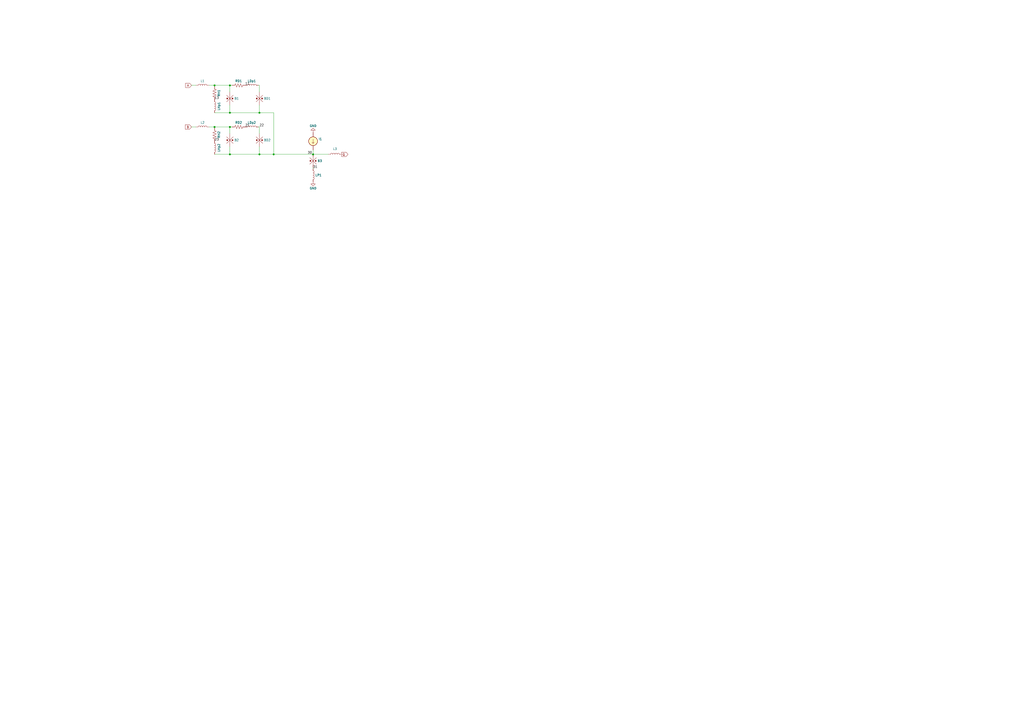
<source format=kicad_sch>
(kicad_sch (version 20211123) (generator eeschema)
  (paper "A2")
  (lib_symbols
    (symbol "Superconductors:Current_Source" (pin_numbers hide) (pin_names (offset 0.0254))
      (property "Reference" "I" (at 3.175 1.27 0))
      (symbol "Current_Source_0_1"
        (polyline (pts (xy 0 -1.27) (xy 0 1.27)))
        (polyline (pts (xy -0.635 -0.635) (xy 0 -1.27) (xy 0.635 -0.635)))
        (circle (center 0 0) (radius 2.54) (stroke (width 0.254)) (fill (type background)))
      )
      (symbol "Current_Source_1_1"
        (pin passive line (at 0 5.08 270) (length 2.54) (name "~") (number "1"))
        (pin passive line (at 0 -5.08 90) (length 2.54) (name "~") (number "2"))
      )
    )
    (symbol "Superconductors:Inductor" (pin_numbers hide) (pin_names (offset 1.016) hide)
      (property "Reference" "L" (at 0 2.032 0))
      (symbol "Inductor_0_1"
        (arc (start -1.27 0) (mid -1.905 0.635) (end -2.54 0))
        (arc (start 0 0) (mid -0.635 0.635) (end -1.27 0))
        (arc (start 1.27 0) (mid 0.635 0.635) (end 0 0))
        (arc (start 2.54 0) (mid 1.905 0.635) (end 1.27 0))
      )
      (symbol "Inductor_1_1"
        (pin passive line (at -3.81 0 0) (length 1.27) (name "1") (number "1"))
        (pin passive line (at 3.81 0 180) (length 1.27) (name "2") (number "2"))
      )
    )
    (symbol "Superconductors:Resistor" (pin_numbers hide) (pin_names (offset 0))
      (property "Reference" "R" (at 2.54 0 90))
      (symbol "Resistor_0_1"
        (polyline (pts (xy 0 -2.286) (xy 0 -2.54)))
        (polyline (pts (xy 0 2.286) (xy 0 2.54)))
        (polyline (pts (xy 0 -0.762) (xy 1.016 -1.143) (xy 0 -1.524) (xy -1.016 -1.905) (xy 0 -2.286)))
        (polyline (pts (xy 0 0.762) (xy 1.016 0.381) (xy 0 0) (xy -1.016 -0.381) (xy 0 -0.762)))
        (polyline (pts (xy 0 2.286) (xy 1.016 1.905) (xy 0 1.524) (xy -1.016 1.143) (xy 0 0.762)))
      )
      (symbol "Resistor_1_1"
        (pin passive line (at 0 3.81 270) (length 1.27) (name "~") (number "1"))
        (pin passive line (at 0 -3.81 90) (length 1.27) (name "~") (number "2"))
      )
    )
    (symbol "Superconductors:jjmit" (pin_numbers hide) (pin_names (offset 0))
      (property "Reference" "B" (at 3.175 0 90))
      (symbol "jjmit_0_1"
        (circle (center -1.524 0) (radius 0.3592) (fill (type outline)))
        (polyline (pts (xy -1.905 -1.905) (xy 1.905 1.905)))
        (polyline (pts (xy -1.905 1.905) (xy 1.905 -1.905)))
        (polyline (pts (xy 0 -2.54) (xy 0 2.54)))
        (circle (center 1.524 0) (radius 0.3592) (fill (type outline)))
      )
      (symbol "jjmit_1_1"
        (pin passive line (at 0 3.81 270) (length 1.27) (name "~") (number "1"))
        (pin passive line (at 0 -3.81 90) (length 1.27) (name "~") (number "2"))
      )
    )
    (symbol "jjmit_1" (pin_numbers hide) (pin_names (offset 0))
      (property "Reference" "B" (at 3.175 0 90))
      (symbol "jjmit_1_0_1"
        (circle (center -1.524 0) (radius 0.3592) (fill (type outline)))
        (polyline (pts (xy -1.905 -1.905) (xy 1.905 1.905)))
        (polyline (pts (xy -1.905 1.905) (xy 1.905 -1.905)))
        (polyline (pts (xy 0 -2.54) (xy 0 2.54)))
        (circle (center 1.524 0) (radius 0.3592) (fill (type outline)))
      )
      (symbol "jjmit_1_1_1"
        (pin passive line (at 0 3.81 270) (length 1.27) (name "~") (number "1"))
        (pin passive line (at 0 -3.81 90) (length 1.27) (name "~") (number "2"))
      )
    )
    (symbol "power:GND" (power) (pin_names (offset 0))
      (property "Value" "GND" (at 0 -3.81 0))
      (symbol "GND_0_1"
        (polyline (pts (xy 0 0) (xy 0 -1.27) (xy 1.27 -1.27) (xy 0 -2.54) (xy -1.27 -1.27) (xy 0 -1.27)))
      )
      (symbol "GND_1_1"
        (pin power_in line (at 0 0 270) (length 0) hide (name "GND") (number "1"))
      )
    )
  )
  (junction (at 133.35 49.53))
  (junction (at 133.35 65.405))
  (junction (at 181.61 89.535))
  (junction (at 133.35 89.535))
  (junction (at 150.495 65.405))
  (junction (at 150.495 89.535))
  (junction (at 124.46 49.53))
  (junction (at 124.46 73.66))
  (junction (at 158.75 89.535))
  (junction (at 133.35 73.66))
  (wire (pts (xy 133.35 89.535) (xy 150.495 89.535)))
  (wire (pts (xy 150.495 85.09) (xy 150.495 89.535)))
  (wire (pts (xy 134.62 73.66) (xy 133.35 73.66)))
  (wire (pts (xy 181.61 89.535) (xy 190.5 89.535)))
  (wire (pts (xy 149.86 73.66) (xy 150.495 73.66)))
  (wire (pts (xy 121.285 49.53) (xy 124.46 49.53)))
  (wire (pts (xy 124.46 50.165) (xy 124.46 49.53)))
  (wire (pts (xy 111.125 73.66) (xy 113.665 73.66)))
  (wire (pts (xy 150.495 73.66) (xy 150.495 77.47)))
  (wire (pts (xy 111.125 49.53) (xy 113.665 49.53)))
  (wire (pts (xy 150.495 60.96) (xy 150.495 65.405)))
  (wire (pts (xy 150.495 89.535) (xy 158.75 89.535)))
  (wire (pts (xy 124.46 49.53) (xy 133.35 49.53)))
  (wire (pts (xy 124.46 74.295) (xy 124.46 73.66)))
  (wire (pts (xy 134.62 49.53) (xy 133.35 49.53)))
  (wire (pts (xy 150.495 65.405) (xy 158.75 65.405)))
  (wire (pts (xy 133.35 73.66) (xy 133.35 77.47)))
  (wire (pts (xy 133.35 49.53) (xy 133.35 53.34)))
  (wire (pts (xy 133.35 60.96) (xy 133.35 65.405)))
  (wire (pts (xy 124.46 89.535) (xy 133.35 89.535)))
  (wire (pts (xy 124.46 65.405) (xy 133.35 65.405)))
  (wire (pts (xy 150.495 49.53) (xy 150.495 53.34)))
  (wire (pts (xy 181.61 97.79) (xy 181.61 97.155)))
  (wire (pts (xy 158.75 65.405) (xy 158.75 89.535)))
  (wire (pts (xy 133.35 85.09) (xy 133.35 89.535)))
  (wire (pts (xy 121.285 73.66) (xy 124.46 73.66)))
  (wire (pts (xy 124.46 73.66) (xy 133.35 73.66)))
  (wire (pts (xy 133.35 65.405) (xy 150.495 65.405)))
  (wire (pts (xy 158.75 89.535) (xy 181.61 89.535)))
  (wire (pts (xy 181.61 89.535) (xy 181.61 86.995)))
  (wire (pts (xy 149.86 49.53) (xy 150.495 49.53)))
  (label "13" (at 124.46 57.785 0))
  (label "23" (at 124.46 81.915 0))
  (label "22" (at 150.495 73.66 0))
  (label "21" (at 142.24 73.66 0))
  (label "30" (at 178.435 89.535 0))
  (label "31" (at 181.61 97.79 0))
  (label "11" (at 142.24 49.53 0))
  (global_label "B" (shape input) (at 111.125 73.66 180) (property "Intersheet References" "${INTERSHEET_REFS}" (effects hide)))
  (global_label "A" (shape input) (at 111.125 49.53 180) (property "Intersheet References" "${INTERSHEET_REFS}" (effects hide)))
  (global_label "Q" (shape output) (at 198.12 89.535 0) (property "Intersheet References" "${INTERSHEET_REFS}" (effects hide)))
  (symbol (lib_id "power:GND") (at 181.61 76.835 180) (unit 1)
    (property "Reference" "#PWR01" (effects hide))
    (property "Value" "GND" (at 181.61 73.025 0))
  )
  (symbol (lib_id "power:GND") (at 181.61 105.41 0) (unit 1)
    (property "Reference" "#PWR02" (effects hide))
    (property "Value" "GND" (at 181.61 109.22 0))
  )
  (symbol (lib_id "Superconductors:Inductor") (at 124.46 61.595 270) (unit 1)
    (property "Reference" "LHp1" (at 127 61.595 0))
    (property "Value" "Inductor" (effects hide))
  )
  (symbol (lib_id "Superconductors:jjmit") (at 150.495 57.15 180) (unit 1)
    (property "Reference" "BD1" (at 153.035 57.1499 0) (effects (justify right)))
    (property "Value" "jjmit" (effects hide))
  )
  (symbol (lib_id "Superconductors:Resistor") (at 138.43 49.53 270) (unit 1)
    (property "Reference" "RD1" (at 138.43 46.99 90))
    (property "Value" "Resistor" (effects hide))
  )
  (symbol (lib_id "Superconductors:Inductor") (at 146.05 49.53 0) (unit 1)
    (property "Reference" "LDp1" (at 146.05 46.99 0))
    (property "Value" "Inductor" (effects hide))
  )
  (symbol (lib_id "Superconductors:Inductor") (at 146.05 73.66 0) (unit 1)
    (property "Reference" "LDp2" (at 146.05 71.12 0))
    (property "Value" "Inductor" (effects hide))
  )
  (symbol (lib_id "Superconductors:jjmit") (at 150.495 81.28 180) (unit 1)
    (property "Reference" "BD2" (at 153.035 81.2799 0) (effects (justify right)))
    (property "Value" "jjmit" (effects hide))
  )
  (symbol (lib_id "Superconductors:Resistor") (at 124.46 78.105 180) (unit 1)
    (property "Reference" "RH2" (at 127 78.105 90))
    (property "Value" "Resistor" (effects hide))
  )
  (symbol (lib_id "Superconductors:Inductor") (at 194.31 89.535 0) (unit 1)
    (property "Reference" "L3" (at 194.31 86.36 0))
    (property "Value" "Inductor" (effects hide))
  )
  (symbol (lib_name "jjmit_1") (lib_id "Superconductors:jjmit") (at 133.35 57.15 180) (unit 1)
    (property "Reference" "B1" (at 135.89 57.15 0) (effects (justify right)))
    (property "Value" "jjmit" (effects hide))
  )
  (symbol (lib_id "Superconductors:Inductor") (at 117.475 49.53 0) (unit 1)
    (property "Reference" "L1" (at 117.475 46.99 0))
    (property "Value" "Inductor" (effects hide))
  )
  (symbol (lib_id "Superconductors:Current_Source") (at 181.61 81.915 0) (unit 1)
    (property "Reference" "I1" (at 184.785 80.645 0) (effects (justify left)))
    (property "Value" "Current_Source" (effects hide))
    (property "Spice_Netlist_Enabled" "Y" (effects hide))
    (property "Spice_Primitive" "I" (effects hide))
    (property "Spice_Model" "pwl(0 0 5p REF)" (effects hide))
  )
  (symbol (lib_id "Superconductors:Inductor") (at 124.46 85.725 270) (unit 1)
    (property "Reference" "LHp2" (at 127 85.725 0))
    (property "Value" "Inductor" (effects hide))
  )
  (symbol (lib_id "Superconductors:Inductor") (at 181.61 101.6 270) (unit 1)
    (property "Reference" "LP1" (at 182.88 101.5999 90) (effects (justify left)))
    (property "Value" "Inductor" (effects hide))
  )
  (symbol (lib_name "jjmit_1") (lib_id "Superconductors:jjmit") (at 133.35 81.28 180) (unit 1)
    (property "Reference" "B2" (at 135.89 81.28 0) (effects (justify right)))
    (property "Value" "jjmit" (effects hide))
  )
  (symbol (lib_id "Superconductors:Resistor") (at 124.46 53.975 180) (unit 1)
    (property "Reference" "RH1" (at 127 53.975 90))
    (property "Value" "Resistor" (effects hide))
  )
  (symbol (lib_name "jjmit_1") (lib_id "Superconductors:jjmit") (at 181.61 93.345 180) (unit 1)
    (property "Reference" "B3" (at 184.15 93.3449 0) (effects (justify right)))
    (property "Value" "jjmit" (effects hide))
  )
  (symbol (lib_id "Superconductors:Resistor") (at 138.43 73.66 270) (unit 1)
    (property "Reference" "RD2" (at 138.43 71.12 90))
    (property "Value" "Resistor" (effects hide))
  )
  (symbol (lib_id "Superconductors:Inductor") (at 117.475 73.66 0) (unit 1)
    (property "Reference" "L2" (at 117.475 71.12 0))
    (property "Value" "Inductor" (effects hide))
  )
)
</source>
